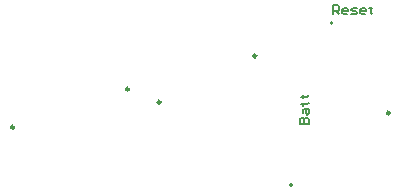
<source format=gto>
G04*
G04 #@! TF.GenerationSoftware,Altium Limited,Altium Designer,23.5.1 (21)*
G04*
G04 Layer_Color=65535*
%FSLAX25Y25*%
%MOIN*%
G70*
G04*
G04 #@! TF.SameCoordinates,F3818A2F-99DD-4422-A772-264FF04CB145*
G04*
G04*
G04 #@! TF.FilePolarity,Positive*
G04*
G01*
G75*
%ADD10C,0.00787*%
%ADD11C,0.00984*%
%ADD12C,0.00500*%
D10*
X180735Y88800D02*
G03*
X180735Y88800I-394J0D01*
G01*
X193811Y143263D02*
G03*
X193811Y142476I0J-394D01*
G01*
D02*
G03*
X193811Y143263I0J394D01*
G01*
D11*
X213206Y112857D02*
G03*
X213206Y112857I-492J0D01*
G01*
X168746Y131872D02*
G03*
X168746Y131872I-492J0D01*
G01*
X136872Y116461D02*
G03*
X136872Y116461I-492J0D01*
G01*
X87992Y108071D02*
G03*
X87992Y108071I-492J0D01*
G01*
X126316Y120747D02*
G03*
X126316Y120747I-492J0D01*
G01*
D12*
X183301Y109300D02*
X186300D01*
Y110800D01*
X185800Y111299D01*
X185300D01*
X184801Y110800D01*
Y109300D01*
Y110800D01*
X184301Y111299D01*
X183801D01*
X183301Y110800D01*
Y109300D01*
X184301Y112799D02*
Y113799D01*
X184801Y114298D01*
X186300D01*
Y112799D01*
X185800Y112299D01*
X185300Y112799D01*
Y114298D01*
X183801Y115798D02*
X184301D01*
Y115298D01*
Y116298D01*
Y115798D01*
X185800D01*
X186300Y116298D01*
X183801Y118297D02*
X184301D01*
Y117797D01*
Y118797D01*
Y118297D01*
X185800D01*
X186300Y118797D01*
X194500Y145800D02*
Y148799D01*
X196000D01*
X196499Y148299D01*
Y147300D01*
X196000Y146800D01*
X194500D01*
X195500D02*
X196499Y145800D01*
X198999D02*
X197999D01*
X197499Y146300D01*
Y147300D01*
X197999Y147799D01*
X198999D01*
X199498Y147300D01*
Y146800D01*
X197499D01*
X200498Y145800D02*
X201998D01*
X202497Y146300D01*
X201998Y146800D01*
X200998D01*
X200498Y147300D01*
X200998Y147799D01*
X202497D01*
X204997Y145800D02*
X203997D01*
X203497Y146300D01*
Y147300D01*
X203997Y147799D01*
X204997D01*
X205496Y147300D01*
Y146800D01*
X203497D01*
X206996Y148299D02*
Y147799D01*
X206496D01*
X207496D01*
X206996D01*
Y146300D01*
X207496Y145800D01*
M02*

</source>
